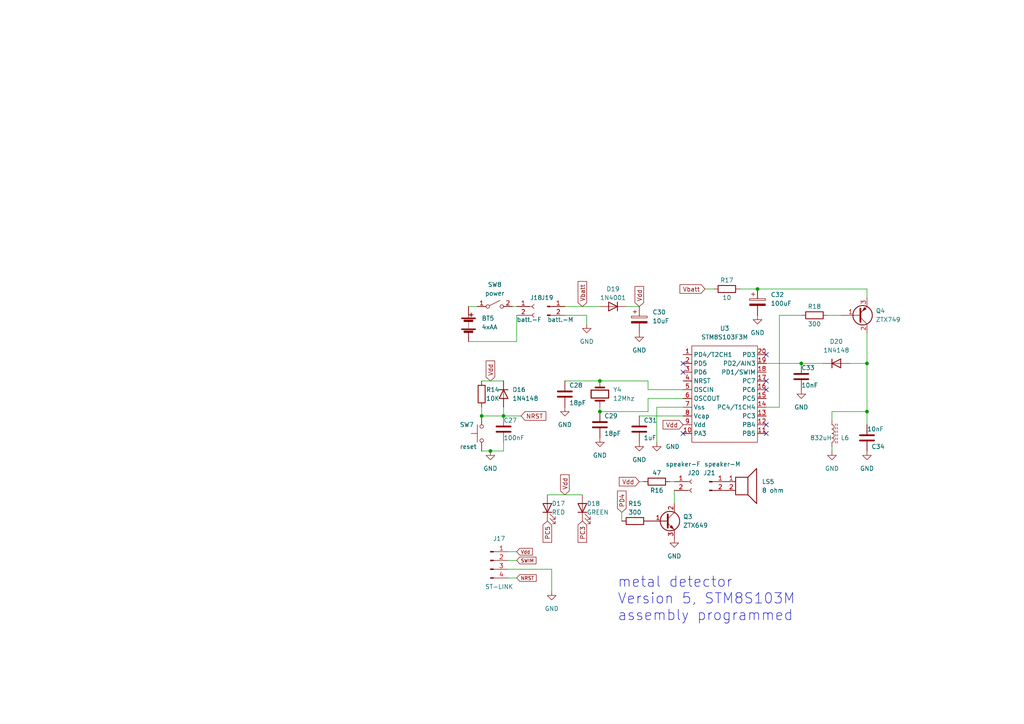
<source format=kicad_sch>
(kicad_sch (version 20211123) (generator eeschema)
  (paper "A4")
  (lib_symbols
    (symbol "Connector:Conn_01x02_Female" (pin_names (offset 1.016) hide)
      (property "Reference" "J" (at 0 2.54 0))
      (property "Value" "Conn_01x02_Female" (at 0 -5.08 0))
      (symbol "Conn_01x02_Female_1_1"
        (arc (start 0 -2.032) (mid -0.508 -2.54) (end 0 -3.048) (stroke (width 0.1524)))
        (polyline (pts (xy -1.27 -2.54) (xy -0.508 -2.54)) (stroke (width 0.1524)))
        (polyline (pts (xy -1.27 0) (xy -0.508 0)) (stroke (width 0.1524)))
        (arc (start 0 0.508) (mid -0.508 0) (end 0 -0.508) (stroke (width 0.1524)))
        (pin passive line (at -5.08 0 0) (length 3.81) (name "Pin_1") (number "1"))
        (pin passive line (at -5.08 -2.54 0) (length 3.81) (name "Pin_2") (number "2"))
      )
    )
    (symbol "Connector:Conn_01x02_Male" (pin_names (offset 1.016) hide)
      (property "Reference" "J" (at 0 2.54 0))
      (property "Value" "Conn_01x02_Male" (at 0 -5.08 0))
      (symbol "Conn_01x02_Male_1_1"
        (polyline (pts (xy 1.27 -2.54) (xy 0.8636 -2.54)) (stroke (width 0.1524)))
        (polyline (pts (xy 1.27 0) (xy 0.8636 0)) (stroke (width 0.1524)))
        (rectangle (start 0.8636 -2.413) (end 0 -2.667) (stroke (width 0.1524)) (fill (type outline)))
        (rectangle (start 0.8636 0.127) (end 0 -0.127) (stroke (width 0.1524)) (fill (type outline)))
        (pin passive line (at 5.08 0 180) (length 3.81) (name "Pin_1") (number "1"))
        (pin passive line (at 5.08 -2.54 180) (length 3.81) (name "Pin_2") (number "2"))
      )
    )
    (symbol "Connector:Conn_01x04_Male" (pin_names (offset 1.016) hide)
      (property "Reference" "J" (at 0 5.08 0))
      (property "Value" "Conn_01x04_Male" (at 0 -7.62 0))
      (symbol "Conn_01x04_Male_1_1"
        (polyline (pts (xy 1.27 -5.08) (xy 0.8636 -5.08)) (stroke (width 0.1524)))
        (polyline (pts (xy 1.27 -2.54) (xy 0.8636 -2.54)) (stroke (width 0.1524)))
        (polyline (pts (xy 1.27 0) (xy 0.8636 0)) (stroke (width 0.1524)))
        (polyline (pts (xy 1.27 2.54) (xy 0.8636 2.54)) (stroke (width 0.1524)))
        (rectangle (start 0.8636 -4.953) (end 0 -5.207) (stroke (width 0.1524)) (fill (type outline)))
        (rectangle (start 0.8636 -2.413) (end 0 -2.667) (stroke (width 0.1524)) (fill (type outline)))
        (rectangle (start 0.8636 0.127) (end 0 -0.127) (stroke (width 0.1524)) (fill (type outline)))
        (rectangle (start 0.8636 2.667) (end 0 2.413) (stroke (width 0.1524)) (fill (type outline)))
        (pin passive line (at 5.08 2.54 180) (length 3.81) (name "Pin_1") (number "1"))
        (pin passive line (at 5.08 0 180) (length 3.81) (name "Pin_2") (number "2"))
        (pin passive line (at 5.08 -2.54 180) (length 3.81) (name "Pin_3") (number "3"))
        (pin passive line (at 5.08 -5.08 180) (length 3.81) (name "Pin_4") (number "4"))
      )
    )
    (symbol "Device:Battery" (pin_numbers hide) (pin_names (offset 0) hide)
      (property "Reference" "BT" (at 2.54 2.54 0))
      (property "Value" "Battery" (at 2.54 0 0))
      (symbol "Battery_0_1"
        (rectangle (start -2.032 -1.397) (end 2.032 -1.651) (fill (type outline)))
        (rectangle (start -2.032 1.778) (end 2.032 1.524) (fill (type outline)))
        (rectangle (start -1.3208 -1.9812) (end 1.27 -2.4892) (fill (type outline)))
        (rectangle (start -1.3208 1.1938) (end 1.27 0.6858) (fill (type outline)))
        (polyline (pts (xy 0 -1.524) (xy 0 -1.27)))
        (polyline (pts (xy 0 -1.016) (xy 0 -0.762)))
        (polyline (pts (xy 0 -0.508) (xy 0 -0.254)))
        (polyline (pts (xy 0 0) (xy 0 0.254)))
        (polyline (pts (xy 0 0.508) (xy 0 0.762)))
        (polyline (pts (xy 0 1.778) (xy 0 2.54)))
        (polyline (pts (xy 0.254 2.667) (xy 1.27 2.667)) (stroke (width 0.254)))
        (polyline (pts (xy 0.762 3.175) (xy 0.762 2.159)) (stroke (width 0.254)))
      )
      (symbol "Battery_1_1"
        (pin passive line (at 0 5.08 270) (length 2.54) (name "+") (number "1"))
        (pin passive line (at 0 -5.08 90) (length 2.54) (name "-") (number "2"))
      )
    )
    (symbol "Device:C" (pin_numbers hide) (pin_names (offset 0.254))
      (property "Reference" "C" (at 0.635 2.54 0))
      (property "Value" "C" (at 0.635 -2.54 0))
      (symbol "C_0_1"
        (polyline (pts (xy -2.032 -0.762) (xy 2.032 -0.762)) (stroke (width 0.508)))
        (polyline (pts (xy -2.032 0.762) (xy 2.032 0.762)) (stroke (width 0.508)))
      )
      (symbol "C_1_1"
        (pin passive line (at 0 3.81 270) (length 2.794) (name "~") (number "1"))
        (pin passive line (at 0 -3.81 90) (length 2.794) (name "~") (number "2"))
      )
    )
    (symbol "Device:C_Polarized" (pin_numbers hide) (pin_names (offset 0.254))
      (property "Reference" "C" (at 0.635 2.54 0))
      (property "Value" "C_Polarized" (at 0.635 -2.54 0))
      (symbol "C_Polarized_0_1"
        (rectangle (start -2.286 0.508) (end 2.286 1.016))
        (polyline (pts (xy -1.778 2.286) (xy -0.762 2.286)))
        (polyline (pts (xy -1.27 2.794) (xy -1.27 1.778)))
        (rectangle (start 2.286 -0.508) (end -2.286 -1.016) (fill (type outline)))
      )
      (symbol "C_Polarized_1_1"
        (pin passive line (at 0 3.81 270) (length 2.794) (name "~") (number "1"))
        (pin passive line (at 0 -3.81 90) (length 2.794) (name "~") (number "2"))
      )
    )
    (symbol "Device:Crystal" (pin_numbers hide) (pin_names (offset 1.016) hide)
      (property "Reference" "Y" (at 0 3.81 0))
      (property "Value" "Crystal" (at 0 -3.81 0))
      (symbol "Crystal_0_1"
        (rectangle (start -1.143 2.54) (end 1.143 -2.54) (stroke (width 0.3048)))
        (polyline (pts (xy -2.54 0) (xy -1.905 0)))
        (polyline (pts (xy -1.905 -1.27) (xy -1.905 1.27)) (stroke (width 0.508)))
        (polyline (pts (xy 1.905 -1.27) (xy 1.905 1.27)) (stroke (width 0.508)))
        (polyline (pts (xy 2.54 0) (xy 1.905 0)))
      )
      (symbol "Crystal_1_1"
        (pin passive line (at -3.81 0 0) (length 1.27) (name "1") (number "1"))
        (pin passive line (at 3.81 0 180) (length 1.27) (name "2") (number "2"))
      )
    )
    (symbol "Device:LED" (pin_numbers hide) (pin_names (offset 1.016) hide)
      (property "Reference" "D" (at 0 2.54 0))
      (property "Value" "LED" (at 0 -2.54 0))
      (symbol "LED_0_1"
        (polyline (pts (xy -1.27 -1.27) (xy -1.27 1.27)) (stroke (width 0.254)))
        (polyline (pts (xy -1.27 0) (xy 1.27 0)))
        (polyline (pts (xy 1.27 -1.27) (xy 1.27 1.27) (xy -1.27 0) (xy 1.27 -1.27)) (stroke (width 0.254)))
        (polyline (pts (xy -3.048 -0.762) (xy -4.572 -2.286) (xy -3.81 -2.286) (xy -4.572 -2.286) (xy -4.572 -1.524)))
        (polyline (pts (xy -1.778 -0.762) (xy -3.302 -2.286) (xy -2.54 -2.286) (xy -3.302 -2.286) (xy -3.302 -1.524)))
      )
      (symbol "LED_1_1"
        (pin passive line (at -3.81 0 0) (length 2.54) (name "K") (number "1"))
        (pin passive line (at 3.81 0 180) (length 2.54) (name "A") (number "2"))
      )
    )
    (symbol "Device:L_Ferrite" (pin_numbers hide) (pin_names (offset 1.016) hide)
      (property "Reference" "L" (at -1.27 0 90))
      (property "Value" "L_Ferrite" (at 2.794 0 90))
      (symbol "L_Ferrite_0_1"
        (arc (start 0 -2.54) (mid 0.635 -1.905) (end 0 -1.27))
        (arc (start 0 -1.27) (mid 0.635 -0.635) (end 0 0))
        (polyline (pts (xy 1.016 -2.794) (xy 1.016 -2.286)))
        (polyline (pts (xy 1.016 -1.778) (xy 1.016 -1.27)))
        (polyline (pts (xy 1.016 -0.762) (xy 1.016 -0.254)))
        (polyline (pts (xy 1.016 0.254) (xy 1.016 0.762)))
        (polyline (pts (xy 1.016 1.27) (xy 1.016 1.778)))
        (polyline (pts (xy 1.016 2.286) (xy 1.016 2.794)))
        (polyline (pts (xy 1.524 -2.286) (xy 1.524 -2.794)))
        (polyline (pts (xy 1.524 -1.27) (xy 1.524 -1.778)))
        (polyline (pts (xy 1.524 -0.254) (xy 1.524 -0.762)))
        (polyline (pts (xy 1.524 0.762) (xy 1.524 0.254)))
        (polyline (pts (xy 1.524 1.778) (xy 1.524 1.27)))
        (polyline (pts (xy 1.524 2.794) (xy 1.524 2.286)))
        (arc (start 0 0) (mid 0.635 0.635) (end 0 1.27))
        (arc (start 0 1.27) (mid 0.635 1.905) (end 0 2.54))
      )
      (symbol "L_Ferrite_1_1"
        (pin passive line (at 0 3.81 270) (length 1.27) (name "1") (number "1"))
        (pin passive line (at 0 -3.81 90) (length 1.27) (name "2") (number "2"))
      )
    )
    (symbol "Device:Q_NPN_BCE" (pin_names (offset 0) hide)
      (property "Reference" "Q" (at 5.08 1.27 0))
      (property "Value" "Q_NPN_BCE" (at 5.08 -1.27 0))
      (symbol "Q_NPN_BCE_0_1"
        (polyline (pts (xy 0.635 0.635) (xy 2.54 2.54)))
        (polyline (pts (xy 0.635 -0.635) (xy 2.54 -2.54) (xy 2.54 -2.54)))
        (polyline (pts (xy 0.635 1.905) (xy 0.635 -1.905) (xy 0.635 -1.905)) (stroke (width 0.508)))
        (polyline (pts (xy 1.27 -1.778) (xy 1.778 -1.27) (xy 2.286 -2.286) (xy 1.27 -1.778) (xy 1.27 -1.778)) (fill (type outline)))
        (circle (center 1.27 0) (radius 2.8194) (stroke (width 0.254)))
      )
      (symbol "Q_NPN_BCE_1_1"
        (pin input line (at -5.08 0 0) (length 5.715) (name "B") (number "1"))
        (pin passive line (at 2.54 5.08 270) (length 2.54) (name "C") (number "2"))
        (pin passive line (at 2.54 -5.08 90) (length 2.54) (name "E") (number "3"))
      )
    )
    (symbol "Device:Q_PNP_BCE" (pin_names (offset 0) hide)
      (property "Reference" "Q" (at 5.08 1.27 0))
      (property "Value" "Q_PNP_BCE" (at 5.08 -1.27 0))
      (symbol "Q_PNP_BCE_0_1"
        (polyline (pts (xy 0.635 0.635) (xy 2.54 2.54)))
        (polyline (pts (xy 0.635 -0.635) (xy 2.54 -2.54) (xy 2.54 -2.54)))
        (polyline (pts (xy 0.635 1.905) (xy 0.635 -1.905) (xy 0.635 -1.905)) (stroke (width 0.508)))
        (polyline (pts (xy 2.286 -1.778) (xy 1.778 -2.286) (xy 1.27 -1.27) (xy 2.286 -1.778) (xy 2.286 -1.778)) (fill (type outline)))
        (circle (center 1.27 0) (radius 2.8194) (stroke (width 0.254)))
      )
      (symbol "Q_PNP_BCE_1_1"
        (pin input line (at -5.08 0 0) (length 5.715) (name "B") (number "1"))
        (pin passive line (at 2.54 5.08 270) (length 2.54) (name "C") (number "2"))
        (pin passive line (at 2.54 -5.08 90) (length 2.54) (name "E") (number "3"))
      )
    )
    (symbol "Device:R" (pin_numbers hide) (pin_names (offset 0))
      (property "Reference" "R" (at 2.032 0 90))
      (property "Value" "R" (at 0 0 90))
      (symbol "R_0_1"
        (rectangle (start -1.016 -2.54) (end 1.016 2.54) (stroke (width 0.254)))
      )
      (symbol "R_1_1"
        (pin passive line (at 0 3.81 270) (length 1.27) (name "~") (number "1"))
        (pin passive line (at 0 -3.81 90) (length 1.27) (name "~") (number "2"))
      )
    )
    (symbol "Device:Speaker" (pin_names (offset 0) hide)
      (property "Reference" "LS" (at 1.27 5.715 0))
      (property "Value" "Speaker" (at 1.27 3.81 0))
      (symbol "Speaker_0_0"
        (rectangle (start -2.54 1.27) (end 1.016 -3.81) (stroke (width 0.254)))
        (polyline (pts (xy 1.016 1.27) (xy 3.556 3.81) (xy 3.556 -6.35) (xy 1.016 -3.81)) (stroke (width 0.254)))
      )
      (symbol "Speaker_1_1"
        (pin input line (at -5.08 0 0) (length 2.54) (name "1") (number "1"))
        (pin input line (at -5.08 -2.54 0) (length 2.54) (name "2") (number "2"))
      )
    )
    (symbol "Diode:1N4001" (pin_numbers hide) (pin_names (offset 1.016) hide)
      (property "Reference" "D" (at 0 2.54 0))
      (property "Value" "1N4001" (at 0 -2.54 0))
      (symbol "1N4001_0_1"
        (polyline (pts (xy -1.27 1.27) (xy -1.27 -1.27)) (stroke (width 0.254)))
        (polyline (pts (xy 1.27 0) (xy -1.27 0)))
        (polyline (pts (xy 1.27 1.27) (xy 1.27 -1.27) (xy -1.27 0) (xy 1.27 1.27)) (stroke (width 0.254)))
      )
      (symbol "1N4001_1_1"
        (pin passive line (at -3.81 0 0) (length 2.54) (name "K") (number "1"))
        (pin passive line (at 3.81 0 180) (length 2.54) (name "A") (number "2"))
      )
    )
    (symbol "Diode:1N4148" (pin_numbers hide) (pin_names (offset 1.016) hide)
      (property "Reference" "D" (at 0 2.54 0))
      (property "Value" "1N4148" (at 0 -2.54 0))
      (symbol "1N4148_0_1"
        (polyline (pts (xy -1.27 1.27) (xy -1.27 -1.27)) (stroke (width 0.254)))
        (polyline (pts (xy 1.27 0) (xy -1.27 0)))
        (polyline (pts (xy 1.27 1.27) (xy 1.27 -1.27) (xy -1.27 0) (xy 1.27 1.27)) (stroke (width 0.254)))
      )
      (symbol "1N4148_1_1"
        (pin passive line (at -3.81 0 0) (length 2.54) (name "K") (number "1"))
        (pin passive line (at 3.81 0 180) (length 2.54) (name "A") (number "2"))
      )
    )
    (symbol "MCU_ST_STM8:STM8S103F3M"
      (property "Reference" "U2" (at -0.635 17.78 0))
      (property "Value" "STM8S103F3M" (at -0.635 15.24 0))
      (symbol "STM8S103F3M_0_1"
        (rectangle (start -10.16 12.7) (end 8.89 -15.24))
      )
      (symbol "STM8S103F3M_1_1"
        (pin bidirectional line (at -12.7 10.16 0) (length 2.54) (name "PD4/T2CH1") (number "1"))
        (pin bidirectional line (at -12.7 -12.7 0) (length 2.54) (name "PA3") (number "10"))
        (pin bidirectional line (at 11.43 -12.7 180) (length 2.54) (name "PB5") (number "11"))
        (pin bidirectional line (at 11.43 -10.16 180) (length 2.54) (name "PB4") (number "12"))
        (pin bidirectional line (at 11.43 -7.62 180) (length 2.54) (name "PC3") (number "13"))
        (pin bidirectional line (at 11.43 -5.08 180) (length 2.54) (name "PC4/T1CH4") (number "14"))
        (pin bidirectional line (at 11.43 -2.54 180) (length 2.54) (name "PC5") (number "15"))
        (pin bidirectional line (at 11.43 0 180) (length 2.54) (name "PC6") (number "16"))
        (pin bidirectional line (at 11.43 2.54 180) (length 2.54) (name "PC7") (number "17"))
        (pin bidirectional line (at 11.43 5.08 180) (length 2.54) (name "PD1/SWIM") (number "18"))
        (pin bidirectional line (at 11.43 7.62 180) (length 2.54) (name "PD2/AIN3") (number "19"))
        (pin bidirectional line (at -12.7 7.62 0) (length 2.54) (name "PD5") (number "2"))
        (pin bidirectional line (at 11.43 10.16 180) (length 2.54) (name "PD3") (number "20"))
        (pin bidirectional line (at -12.7 5.08 0) (length 2.54) (name "PD6") (number "3"))
        (pin bidirectional line (at -12.7 2.54 0) (length 2.54) (name "NRST") (number "4"))
        (pin bidirectional line (at -12.7 0 0) (length 2.54) (name "OSCIN") (number "5"))
        (pin bidirectional line (at -12.7 -2.54 0) (length 2.54) (name "OSCOUT") (number "6"))
        (pin power_in line (at -12.7 -5.08 0) (length 2.54) (name "Vss") (number "7"))
        (pin passive line (at -12.7 -7.62 0) (length 2.54) (name "Vcap") (number "8"))
        (pin power_in line (at -12.7 -10.16 0) (length 2.54) (name "Vdd") (number "9"))
      )
    )
    (symbol "Switch:SW_MEC_5G" (pin_numbers hide) (pin_names (offset 1.016) hide)
      (property "Reference" "SW" (at 1.27 2.54 0))
      (property "Value" "SW_MEC_5G" (at 0 -1.524 0))
      (symbol "SW_MEC_5G_0_1"
        (circle (center -2.032 0) (radius 0.508))
        (polyline (pts (xy 0 1.27) (xy 0 3.048)))
        (polyline (pts (xy 2.54 1.27) (xy -2.54 1.27)))
        (circle (center 2.032 0) (radius 0.508))
        (pin passive line (at -5.08 0 0) (length 2.54) (name "A") (number "1"))
        (pin passive line (at 5.08 0 180) (length 2.54) (name "B") (number "3"))
      )
      (symbol "SW_MEC_5G_1_1"
        (pin passive line (at -5.08 0 0) (length 2.54) hide (name "A") (number "2"))
        (pin passive line (at 5.08 0 180) (length 2.54) hide (name "B") (number "4"))
      )
    )
    (symbol "Switch:SW_SPST" (pin_names (offset 0) hide)
      (property "Reference" "SW" (at 0 3.175 0))
      (property "Value" "SW_SPST" (at 0 -2.54 0))
      (symbol "SW_SPST_0_0"
        (circle (center -2.032 0) (radius 0.508))
        (polyline (pts (xy -1.524 0.254) (xy 1.524 1.778)))
        (circle (center 2.032 0) (radius 0.508))
      )
      (symbol "SW_SPST_1_1"
        (pin passive line (at -5.08 0 0) (length 2.54) (name "A") (number "1"))
        (pin passive line (at 5.08 0 180) (length 2.54) (name "B") (number "2"))
      )
    )
    (symbol "power:GND" (power) (pin_names (offset 0))
      (property "Value" "GND" (at 0 -3.81 0))
      (symbol "GND_0_1"
        (polyline (pts (xy 0 0) (xy 0 -1.27) (xy 1.27 -1.27) (xy 0 -2.54) (xy -1.27 -1.27) (xy 0 -1.27)))
      )
      (symbol "GND_1_1"
        (pin power_in line (at 0 0 270) (length 0) hide (name "GND") (number "1"))
      )
    )
  )
  (junction (at 219.71 83.82))
  (junction (at 142.24 130.81))
  (junction (at 146.05 120.65))
  (junction (at 232.41 105.41))
  (junction (at 173.99 110.49))
  (junction (at 251.46 119.38))
  (junction (at 251.46 105.41))
  (junction (at 173.99 119.38))
  (junction (at 139.7 120.65))
  (no_connect (at 198.12 107.95))
  (no_connect (at 198.12 105.41))
  (no_connect (at 198.12 125.73))
  (no_connect (at 222.25 102.87))
  (no_connect (at 222.25 125.73))
  (no_connect (at 222.25 123.19))
  (no_connect (at 222.25 113.03))
  (no_connect (at 222.25 110.49))
  (wire (pts (xy 146.05 118.11) (xy 146.05 120.65)))
  (wire (pts (xy 139.7 120.65) (xy 146.05 120.65)))
  (wire (pts (xy 185.42 120.65) (xy 198.12 120.65)))
  (wire (pts (xy 187.96 115.57) (xy 198.12 115.57)))
  (wire (pts (xy 241.3 119.38) (xy 251.46 119.38)))
  (wire (pts (xy 251.46 96.52) (xy 251.46 105.41)))
  (wire (pts (xy 251.46 123.19) (xy 251.46 119.38)))
  (wire (pts (xy 170.18 91.44) (xy 170.18 93.98)))
  (wire (pts (xy 139.7 118.11) (xy 139.7 120.65)))
  (wire (pts (xy 241.3 129.54) (xy 241.3 130.81)))
  (wire (pts (xy 190.5 118.11) (xy 190.5 128.27)))
  (wire (pts (xy 232.41 105.41) (xy 238.76 105.41)))
  (wire (pts (xy 173.99 119.38) (xy 187.96 119.38)))
  (wire (pts (xy 194.31 139.7) (xy 195.58 139.7)))
  (wire (pts (xy 148.59 88.9) (xy 149.86 88.9)))
  (wire (pts (xy 207.01 83.82) (xy 204.47 83.82)))
  (wire (pts (xy 222.25 105.41) (xy 232.41 105.41)))
  (wire (pts (xy 241.3 119.38) (xy 241.3 121.92)))
  (wire (pts (xy 173.99 110.49) (xy 187.96 110.49)))
  (wire (pts (xy 139.7 110.49) (xy 146.05 110.49)))
  (wire (pts (xy 146.05 128.27) (xy 146.05 130.81)))
  (wire (pts (xy 149.86 99.06) (xy 149.86 91.44)))
  (wire (pts (xy 146.05 120.65) (xy 151.13 120.65)))
  (wire (pts (xy 147.32 160.02) (xy 149.86 160.02)))
  (wire (pts (xy 251.46 105.41) (xy 251.46 119.38)))
  (wire (pts (xy 190.5 118.11) (xy 198.12 118.11)))
  (wire (pts (xy 214.63 83.82) (xy 219.71 83.82)))
  (wire (pts (xy 187.96 119.38) (xy 187.96 115.57)))
  (wire (pts (xy 195.58 142.24) (xy 195.58 146.05)))
  (wire (pts (xy 163.83 110.49) (xy 173.99 110.49)))
  (wire (pts (xy 187.96 113.03) (xy 198.12 113.03)))
  (wire (pts (xy 146.05 130.81) (xy 142.24 130.81)))
  (wire (pts (xy 219.71 83.82) (xy 251.46 83.82)))
  (wire (pts (xy 173.99 118.11) (xy 173.99 119.38)))
  (wire (pts (xy 147.32 165.1) (xy 160.02 165.1)))
  (wire (pts (xy 180.34 148.59) (xy 180.34 151.13)))
  (wire (pts (xy 163.83 88.9) (xy 173.99 88.9)))
  (wire (pts (xy 135.89 88.9) (xy 138.43 88.9)))
  (wire (pts (xy 147.32 167.64) (xy 149.86 167.64)))
  (wire (pts (xy 158.75 143.51) (xy 168.91 143.51)))
  (wire (pts (xy 181.61 88.9) (xy 185.42 88.9)))
  (wire (pts (xy 226.06 118.11) (xy 222.25 118.11)))
  (wire (pts (xy 163.83 91.44) (xy 170.18 91.44)))
  (wire (pts (xy 135.89 99.06) (xy 149.86 99.06)))
  (wire (pts (xy 232.41 91.44) (xy 226.06 91.44)))
  (wire (pts (xy 187.96 110.49) (xy 187.96 113.03)))
  (wire (pts (xy 185.42 139.7) (xy 186.69 139.7)))
  (wire (pts (xy 226.06 91.44) (xy 226.06 118.11)))
  (wire (pts (xy 251.46 83.82) (xy 251.46 86.36)))
  (wire (pts (xy 142.24 130.81) (xy 139.7 130.81)))
  (wire (pts (xy 147.32 162.56) (xy 149.86 162.56)))
  (wire (pts (xy 160.02 165.1) (xy 160.02 171.45)))
  (wire (pts (xy 240.03 91.44) (xy 243.84 91.44)))
  (wire (pts (xy 246.38 105.41) (xy 251.46 105.41)))
  (text "metal detector\nVersion 5, STM8S103M \nassembly programmed \n" (at 179.07 180.34 0) (effects (font (size 3 3)) (justify left bottom)))
  (global_label "PC5" (shape input) (at 158.75 151.13 270) (property "Références Inter-Feuilles" "${INTERSHEET_REFS}" (effects hide)))
  (global_label "Vdd" (shape input) (at 163.83 143.51 90) (property "Références Inter-Feuilles" "${INTERSHEET_REFS}" (effects hide)))
  (global_label "Vdd" (shape input) (at 149.86 160.02 0) (effects (font (size 1 1))) (property "Références Inter-Feuilles" "${INTERSHEET_REFS}" (effects hide)))
  (global_label "PD4" (shape input) (at 180.34 148.59 90) (property "Références Inter-Feuilles" "${INTERSHEET_REFS}" (effects hide)))
  (global_label "SWIM" (shape input) (at 149.86 162.56 0) (effects (font (size 1 1))) (property "Références Inter-Feuilles" "${INTERSHEET_REFS}" (effects hide)))
  (global_label "NRST" (shape input) (at 151.13 120.65 0) (property "Références Inter-Feuilles" "${INTERSHEET_REFS}" (effects hide)))
  (global_label "Vdd" (shape input) (at 198.12 123.19 180) (property "Références Inter-Feuilles" "${INTERSHEET_REFS}" (effects hide)))
  (global_label "Vdd" (shape input) (at 185.42 139.7 180) (property "Références Inter-Feuilles" "${INTERSHEET_REFS}" (effects hide)))
  (global_label "Vbatt" (shape input) (at 204.47 83.82 180) (property "Références Inter-Feuilles" "${INTERSHEET_REFS}" (effects hide)))
  (global_label "NRST" (shape input) (at 149.86 167.64 0) (effects (font (size 1 1))) (property "Références Inter-Feuilles" "${INTERSHEET_REFS}" (effects hide)))
  (global_label "Vbatt" (shape input) (at 168.91 88.9 90) (property "Références Inter-Feuilles" "${INTERSHEET_REFS}" (effects hide)))
  (global_label "Vdd" (shape input) (at 185.42 88.9 90) (property "Références Inter-Feuilles" "${INTERSHEET_REFS}" (effects hide)))
  (global_label "PC3" (shape input) (at 168.91 151.13 270) (property "Références Inter-Feuilles" "${INTERSHEET_REFS}" (effects hide)))
  (global_label "Vdd" (shape input) (at 142.24 110.49 90) (property "Références Inter-Feuilles" "${INTERSHEET_REFS}" (effects hide)))
  (symbol (lib_id "Device:C_Polarized") (at 185.42 92.71 0) (unit 1)
    (property "Reference" "C30" (at 189.23 90.5509 0) (effects (justify left)))
    (property "Value" "10uF" (at 189.23 93.0909 0) (effects (justify left)))
  )
  (symbol (lib_id "MCU_ST_STM8:STM8S103F3M") (at 210.82 113.03 0) (unit 1)
    (property "Reference" "U3" (at 210.185 95.25 0))
    (property "Value" "STM8S103F3M" (at 210.185 97.79 0))
  )
  (symbol (lib_id "Device:Battery") (at 135.89 93.98 0) (unit 1)
    (property "Reference" "BT5" (at 139.7 92.3289 0) (effects (justify left)))
    (property "Value" "4xAA" (at 139.7 94.8689 0) (effects (justify left)))
  )
  (symbol (lib_id "Connector:Conn_01x02_Male") (at 205.74 139.7 0) (unit 1)
    (property "Reference" "J21" (at 205.74 137.16 0))
    (property "Value" "speaker-M" (at 209.55 134.62 0))
  )
  (symbol (lib_id "power:GND") (at 173.99 127 0) (unit 1)
    (property "Reference" "#PWR046" (effects hide))
    (property "Value" "GND" (at 173.99 132.08 0))
  )
  (symbol (lib_id "Device:C") (at 173.99 123.19 0) (unit 1)
    (property "Reference" "C29" (at 175.26 120.65 0) (effects (justify left)))
    (property "Value" "18pF" (at 175.26 125.73 0) (effects (justify left)))
  )
  (symbol (lib_id "Device:R") (at 139.7 114.3 0) (unit 1)
    (property "Reference" "R14" (at 140.97 113.03 0) (effects (justify left)))
    (property "Value" "10K" (at 140.97 115.57 0) (effects (justify left)))
  )
  (symbol (lib_id "Device:C_Polarized") (at 219.71 87.63 0) (unit 1)
    (property "Reference" "C32" (at 223.52 85.4709 0) (effects (justify left)))
    (property "Value" "100uF" (at 223.52 88.0109 0) (effects (justify left)))
  )
  (symbol (lib_id "Device:LED") (at 158.75 147.32 90) (unit 1)
    (property "Reference" "D17" (at 160.02 146.05 90) (effects (justify right)))
    (property "Value" "RED" (at 160.02 148.59 90) (effects (justify right)))
  )
  (symbol (lib_id "Device:Speaker") (at 215.9 139.7 0) (unit 1)
    (property "Reference" "LS5" (at 220.98 139.6999 0) (effects (justify left)))
    (property "Value" "8 ohm" (at 220.98 142.2399 0) (effects (justify left)))
  )
  (symbol (lib_id "power:GND") (at 190.5 128.27 0) (unit 1)
    (property "Reference" "#PWR049" (effects hide))
    (property "Value" "GND" (at 193.04 129.5399 0) (effects (justify left)))
  )
  (symbol (lib_id "Device:Crystal") (at 173.99 114.3 90) (unit 1)
    (property "Reference" "Y4" (at 177.8 113.0299 90) (effects (justify right)))
    (property "Value" "12Mhz" (at 177.8 115.5699 90) (effects (justify right)))
  )
  (symbol (lib_id "power:GND") (at 185.42 128.27 0) (unit 1)
    (property "Reference" "#PWR048" (effects hide))
    (property "Value" "GND" (at 185.42 133.35 0))
  )
  (symbol (lib_id "Device:R") (at 190.5 139.7 90) (unit 1)
    (property "Reference" "R16" (at 190.5 142.24 90))
    (property "Value" "47" (at 190.5 137.16 90))
  )
  (symbol (lib_id "Diode:1N4148") (at 242.57 105.41 0) (unit 1)
    (property "Reference" "D20" (at 242.57 99.06 0))
    (property "Value" "1N4148" (at 242.57 101.6 0))
    (property "Footprint" "Diode_THT:D_DO-35_SOD27_P7.62mm_Horizontal" (effects hide))
    (property "Datasheet" "https://assets.nexperia.com/documents/data-sheet/1N4148_1N4448.pdf" (effects hide))
  )
  (symbol (lib_id "power:GND") (at 142.24 130.81 0) (unit 1)
    (property "Reference" "#PWR042" (effects hide))
    (property "Value" "GND" (at 142.24 135.89 0))
  )
  (symbol (lib_id "Diode:1N4148") (at 146.05 114.3 270) (unit 1)
    (property "Reference" "D16" (at 148.59 113.0299 90) (effects (justify left)))
    (property "Value" "1N4148" (at 148.59 115.5699 90) (effects (justify left)))
    (property "Footprint" "Diode_THT:D_DO-35_SOD27_P7.62mm_Horizontal" (effects hide))
    (property "Datasheet" "https://assets.nexperia.com/documents/data-sheet/1N4148_1N4448.pdf" (effects hide))
  )
  (symbol (lib_id "Device:L_Ferrite") (at 241.3 125.73 0) (unit 1)
    (property "Reference" "L6" (at 243.84 127 0) (effects (justify left)))
    (property "Value" "832uH" (at 234.95 127 0) (effects (justify left)))
  )
  (symbol (lib_id "Connector:Conn_01x02_Female") (at 200.66 139.7 0) (unit 1)
    (property "Reference" "J20" (at 199.39 137.16 0) (effects (justify left)))
    (property "Value" "speaker-F" (at 193.04 134.62 0) (effects (justify left)))
  )
  (symbol (lib_id "Device:R") (at 184.15 151.13 90) (unit 1)
    (property "Reference" "R15" (at 184.15 146.05 90))
    (property "Value" "300" (at 184.15 148.59 90))
  )
  (symbol (lib_id "Device:C") (at 251.46 127 0) (unit 1)
    (property "Reference" "C34" (at 252.73 129.54 0) (effects (justify left)))
    (property "Value" "10nF" (at 251.46 124.46 0) (effects (justify left)))
  )
  (symbol (lib_id "Device:Q_NPN_BCE") (at 193.04 151.13 0) (unit 1)
    (property "Reference" "Q3" (at 198.12 149.8599 0) (effects (justify left)))
    (property "Value" "ZTX649" (at 198.12 152.3999 0) (effects (justify left)))
  )
  (symbol (lib_id "Device:LED") (at 168.91 147.32 90) (unit 1)
    (property "Reference" "D18" (at 170.18 146.05 90) (effects (justify right)))
    (property "Value" "GREEN" (at 170.18 148.59 90) (effects (justify right)))
  )
  (symbol (lib_id "Device:R") (at 210.82 83.82 90) (unit 1)
    (property "Reference" "R17" (at 210.82 81.28 90))
    (property "Value" "10" (at 210.82 86.36 90))
  )
  (symbol (lib_id "Connector:Conn_01x04_Male") (at 142.24 162.56 0) (unit 1)
    (property "Reference" "J17" (at 144.78 156.21 0))
    (property "Value" "ST-LINK" (at 144.78 170.18 0))
  )
  (symbol (lib_id "power:GND") (at 241.3 130.81 0) (unit 1)
    (property "Reference" "#PWR053" (effects hide))
    (property "Value" "GND" (at 241.3 135.89 0))
  )
  (symbol (lib_id "Switch:SW_MEC_5G") (at 139.7 125.73 90) (unit 1)
    (property "Reference" "SW7" (at 133.35 123.19 90) (effects (justify right)))
    (property "Value" "reset" (at 133.35 129.54 90) (effects (justify right)))
    (property "Datasheet" "http://www.apem.com/int/index.php?controller=attachment&id_attachment=488" (effects hide))
  )
  (symbol (lib_id "power:GND") (at 232.41 113.03 0) (unit 1)
    (property "Reference" "#PWR052" (effects hide))
    (property "Value" "GND" (at 232.41 118.11 0))
  )
  (symbol (lib_id "power:GND") (at 185.42 96.52 0) (unit 1)
    (property "Reference" "#PWR047" (effects hide))
    (property "Value" "GND" (at 185.42 101.6 0))
  )
  (symbol (lib_id "Switch:SW_SPST") (at 143.51 88.9 0) (unit 1)
    (property "Reference" "SW8" (at 143.51 82.55 0))
    (property "Value" "power" (at 143.51 85.09 0))
  )
  (symbol (lib_id "Diode:1N4001") (at 177.8 88.9 180) (unit 1)
    (property "Reference" "D19" (at 177.8 83.82 0))
    (property "Value" "1N4001" (at 177.8 86.36 0))
    (property "Footprint" "Diode_THT:D_DO-41_SOD81_P10.16mm_Horizontal" (effects hide))
    (property "Datasheet" "http://www.vishay.com/docs/88503/1n4001.pdf" (effects hide))
  )
  (symbol (lib_id "Device:C") (at 185.42 124.46 0) (unit 1)
    (property "Reference" "C31" (at 186.69 121.92 0) (effects (justify left)))
    (property "Value" "1uF" (at 186.69 127 0) (effects (justify left)))
  )
  (symbol (lib_id "Device:C") (at 146.05 124.46 0) (unit 1)
    (property "Reference" "C27" (at 146.05 121.92 0) (effects (justify left)))
    (property "Value" "100nF" (at 146.05 127 0) (effects (justify left)))
  )
  (symbol (lib_id "Device:C") (at 232.41 109.22 0) (unit 1)
    (property "Reference" "C33" (at 232.41 106.68 0) (effects (justify left)))
    (property "Value" "10nF" (at 232.41 111.76 0) (effects (justify left)))
  )
  (symbol (lib_id "power:GND") (at 160.02 171.45 0) (unit 1)
    (property "Reference" "#PWR043" (effects hide))
    (property "Value" "GND" (at 160.02 176.53 0))
  )
  (symbol (lib_id "power:GND") (at 163.83 118.11 0) (unit 1)
    (property "Reference" "#PWR044" (effects hide))
    (property "Value" "GND" (at 163.83 123.19 0))
  )
  (symbol (lib_id "Device:C") (at 163.83 114.3 0) (unit 1)
    (property "Reference" "C28" (at 165.1 111.76 0) (effects (justify left)))
    (property "Value" "18pF" (at 165.1 116.84 0) (effects (justify left)))
  )
  (symbol (lib_id "power:GND") (at 219.71 91.44 0) (unit 1)
    (property "Reference" "#PWR051" (effects hide))
    (property "Value" "GND" (at 219.71 96.52 0))
  )
  (symbol (lib_id "power:GND") (at 170.18 93.98 0) (unit 1)
    (property "Reference" "#PWR045" (effects hide))
    (property "Value" "GND" (at 170.18 99.06 0))
  )
  (symbol (lib_id "Connector:Conn_01x02_Female") (at 154.94 88.9 0) (unit 1)
    (property "Reference" "J18" (at 153.67 86.36 0) (effects (justify left)))
    (property "Value" "batt.-F" (at 149.86 92.71 0) (effects (justify left)))
  )
  (symbol (lib_id "power:GND") (at 195.58 156.21 0) (unit 1)
    (property "Reference" "#PWR050" (effects hide))
    (property "Value" "GND" (at 195.58 161.29 0))
  )
  (symbol (lib_id "Connector:Conn_01x02_Male") (at 158.75 88.9 0) (unit 1)
    (property "Reference" "J19" (at 158.75 86.36 0))
    (property "Value" "batt.-M" (at 162.56 92.71 0))
  )
  (symbol (lib_id "Device:Q_PNP_BCE") (at 248.92 91.44 0) (mirror x) (unit 1)
    (property "Reference" "Q4" (at 254 90.1699 0) (effects (justify left)))
    (property "Value" "ZTX749" (at 254 92.7099 0) (effects (justify left)))
  )
  (symbol (lib_id "power:GND") (at 251.46 130.81 0) (unit 1)
    (property "Reference" "#PWR054" (effects hide))
    (property "Value" "GND" (at 251.46 135.89 0))
  )
  (symbol (lib_id "Device:R") (at 236.22 91.44 90) (unit 1)
    (property "Reference" "R18" (at 236.22 88.9 90))
    (property "Value" "300" (at 236.22 93.98 90))
  )
)
</source>
